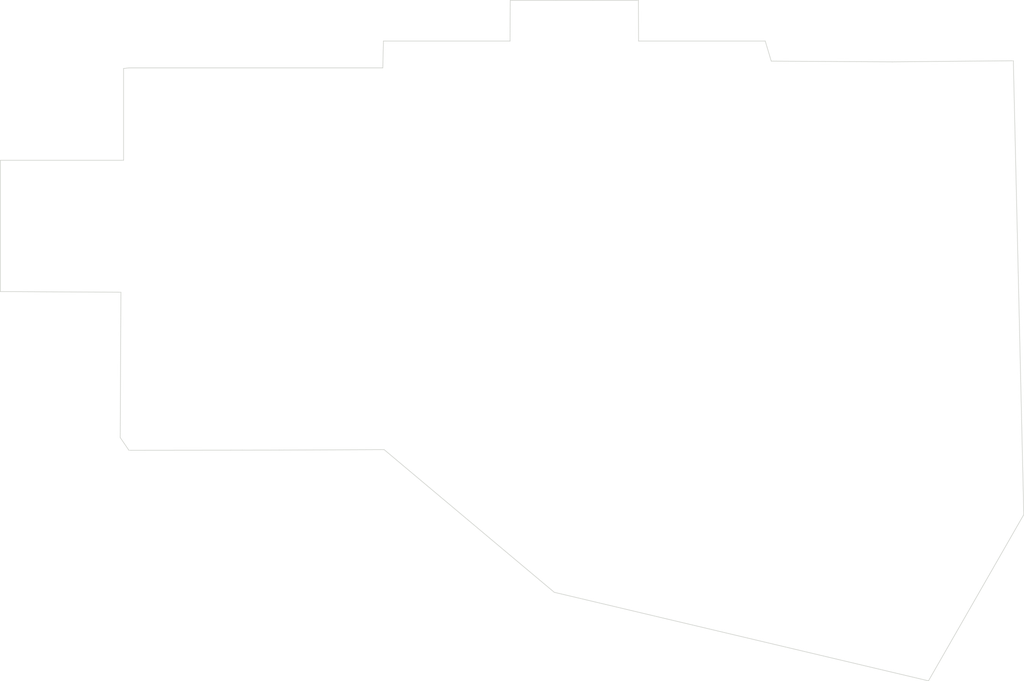
<source format=kicad_pcb>
(kicad_pcb (version 20210824) (generator pcbnew)
  (layers (0 "F.Cu" signal) (31 "B.Cu" signal) (34 "B.Paste" user) (35 "F.Paste" user) (36 "B.SilkS" user "B.Silkscreen") (37 "F.SilkS" user "F.Silkscreen") (38 "B.Mask" user) (39 "F.Mask" user) (44 "Edge.Cuts" user))
  (net 0 "")
  (footprint "kbd:thread_m2" (layer "F.Cu") (at 169.415 85.90875)
    (fp_text reference "Ref**" hide)
    (fp_text value "Val**" hide)
    (pad "" np_thru_hole circle locked (at 0 0) (size 2.3 2.3) (drill 2.3) (layers *.Cu *.Mask))
  )
  (footprint "kbd:thread_m2" (layer "F.Cu") (at 133.69625 132.04)
    (fp_text reference "Ref**" hide)
    (fp_text value "Val**" hide)
    (pad "" np_thru_hole circle locked (at 0 0) (size 2.3 2.3) (drill 2.3) (layers *.Cu *.Mask))
  )
  (footprint "kbd:thread_m2" (layer "F.Cu") (at 93.178 108.85875)
    (fp_text reference "Ref**" hide)
    (fp_text value "Val**" hide)
    (pad "" np_thru_hole circle locked (at 0 0) (size 2.3 2.3) (drill 2.3) (layers *.Cu *.Mask))
  )
  (footprint "kbd:thread_m2" (layer "F.Cu") (at 93.178 90.05875)
    (fp_text reference "Ref**" hide)
    (fp_text value "Val**" hide)
    (pad "" np_thru_hole circle locked (at 0 0) (size 2.3 2.3) (drill 2.3) (layers *.Cu *.Mask))
  )
  (footprint "kbd:thread_m2" (layer "F.Cu") (at 180.5275 132.04)
    (fp_text reference "Ref**" hide)
    (fp_text value "Val**" hide)
    (pad "" np_thru_hole circle locked (at 0 0) (size 2.3 2.3) (drill 2.3) (layers *.Cu *.Mask))
  )
  (gr_line (start 150.39375 60.82875) (end 143.58375 60.82875) (layer "Edge.Cuts") (width 0.1))
  (gr_line (start 96.77875 127.97875) (end 112.43375 127.90875) (layer "Edge.Cuts") (width 0.1))
  (gr_line (start 169.33375 66.90875) (end 170.23375 69.90875) (layer "Edge.Cuts") (width 0.1))
  (gr_line (start 150.39375 60.82875) (end 150.42375 66.90875) (layer "Edge.Cuts") (width 0.1))
  (gr_line (start 73.03375 126.10875) (end 73.13375 104.40875) (layer "Edge.Cuts") (width 0.1))
  (gr_line (start 73.13375 104.40875) (end 55.13375 104.30875) (layer "Edge.Cuts") (width 0.1))
  (gr_line (start 170.23375 69.90875) (end 188.33375 70.00875) (layer "Edge.Cuts") (width 0.1))
  (gr_line (start 74.33375 70.90875) (end 112.23375 70.90875) (layer "Edge.Cuts") (width 0.1))
  (gr_line (start 207.93375 137.60875) (end 193.70375 162.42875) (layer "Edge.Cuts") (width 0.1))
  (gr_line (start 112.23375 70.90875) (end 112.33375 66.90875) (layer "Edge.Cuts") (width 0.1))
  (gr_line (start 150.42375 66.90875) (end 169.33375 66.90875) (layer "Edge.Cuts") (width 0.1))
  (gr_line (start 73.53375 84.70875) (end 73.53375 71.00875) (layer "Edge.Cuts") (width 0.1))
  (gr_line (start 55.13375 104.30875) (end 55.13375 84.70875) (layer "Edge.Cuts") (width 0.1))
  (gr_line (start 137.83375 149.20875) (end 112.43375 127.90875) (layer "Edge.Cuts") (width 0.1))
  (gr_line (start 73.53375 71.00875) (end 74.33375 70.90875) (layer "Edge.Cuts") (width 0.1))
  (gr_line (start 193.70375 162.42875) (end 137.83375 149.20875) (layer "Edge.Cuts") (width 0.1))
  (gr_line (start 131.26375 60.82875) (end 138.0475 60.82875) (layer "Edge.Cuts") (width 0.1))
  (gr_line (start 74.33375 128.00875) (end 73.03375 126.10875) (layer "Edge.Cuts") (width 0.1))
  (gr_line (start 74.33375 128.00875) (end 91.24875 127.98875) (layer "Edge.Cuts") (width 0.1))
  (gr_line (start 206.375 69.85) (end 207.93375 137.60875) (layer "Edge.Cuts") (width 0.1))
  (gr_line (start 55.13375 84.70875) (end 73.53375 84.70875) (layer "Edge.Cuts") (width 0.1))
  (gr_line (start 143.58375 60.82875) (end 138.0475 60.82875) (layer "Edge.Cuts") (width 0.1))
  (gr_line (start 131.23375 66.90875) (end 131.26375 60.82875) (layer "Edge.Cuts") (width 0.1))
  (gr_line (start 188.33375 70.00875) (end 206.375 69.85) (layer "Edge.Cuts") (width 0.1))
  (gr_line (start 96.77875 127.97875) (end 91.24875 127.98875) (layer "Edge.Cuts") (width 0.1))
  (gr_line (start 112.33375 66.90875) (end 131.23375 66.90875) (layer "Edge.Cuts") (width 0.1))
)
</source>
